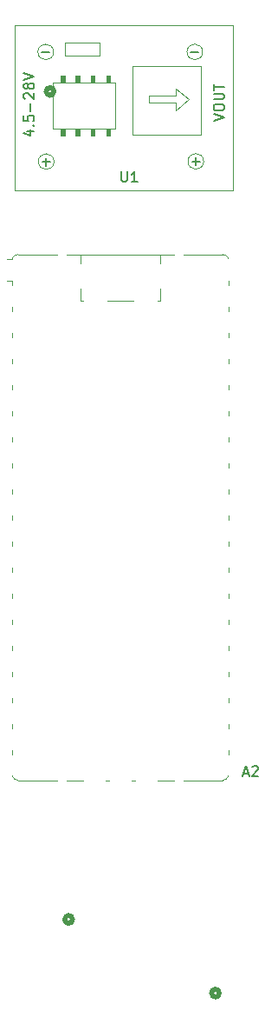
<source format=gto>
G04 #@! TF.GenerationSoftware,KiCad,Pcbnew,9.0.4*
G04 #@! TF.CreationDate,2025-09-18T15:34:25+02:00*
G04 #@! TF.ProjectId,SMaRT,534d6152-542e-46b6-9963-61645f706362,0*
G04 #@! TF.SameCoordinates,Original*
G04 #@! TF.FileFunction,Legend,Top*
G04 #@! TF.FilePolarity,Positive*
%FSLAX46Y46*%
G04 Gerber Fmt 4.6, Leading zero omitted, Abs format (unit mm)*
G04 Created by KiCad (PCBNEW 9.0.4) date 2025-09-18 15:34:25*
%MOMM*%
%LPD*%
G01*
G04 APERTURE LIST*
%ADD10C,0.150000*%
%ADD11C,0.508000*%
%ADD12C,0.120000*%
%ADD13C,0.100000*%
G04 APERTURE END LIST*
D10*
X90975095Y-53593019D02*
X90975095Y-54402542D01*
X90975095Y-54402542D02*
X91022714Y-54497780D01*
X91022714Y-54497780D02*
X91070333Y-54545400D01*
X91070333Y-54545400D02*
X91165571Y-54593019D01*
X91165571Y-54593019D02*
X91356047Y-54593019D01*
X91356047Y-54593019D02*
X91451285Y-54545400D01*
X91451285Y-54545400D02*
X91498904Y-54497780D01*
X91498904Y-54497780D02*
X91546523Y-54402542D01*
X91546523Y-54402542D02*
X91546523Y-53593019D01*
X92546523Y-54593019D02*
X91975095Y-54593019D01*
X92260809Y-54593019D02*
X92260809Y-53593019D01*
X92260809Y-53593019D02*
X92165571Y-53735876D01*
X92165571Y-53735876D02*
X92070333Y-53831114D01*
X92070333Y-53831114D02*
X91975095Y-53878733D01*
X81771552Y-49651609D02*
X82438219Y-49651609D01*
X81390600Y-49889704D02*
X82104885Y-50127799D01*
X82104885Y-50127799D02*
X82104885Y-49508752D01*
X82342980Y-49127799D02*
X82390600Y-49080180D01*
X82390600Y-49080180D02*
X82438219Y-49127799D01*
X82438219Y-49127799D02*
X82390600Y-49175418D01*
X82390600Y-49175418D02*
X82342980Y-49127799D01*
X82342980Y-49127799D02*
X82438219Y-49127799D01*
X81438219Y-48175419D02*
X81438219Y-48651609D01*
X81438219Y-48651609D02*
X81914409Y-48699228D01*
X81914409Y-48699228D02*
X81866790Y-48651609D01*
X81866790Y-48651609D02*
X81819171Y-48556371D01*
X81819171Y-48556371D02*
X81819171Y-48318276D01*
X81819171Y-48318276D02*
X81866790Y-48223038D01*
X81866790Y-48223038D02*
X81914409Y-48175419D01*
X81914409Y-48175419D02*
X82009647Y-48127800D01*
X82009647Y-48127800D02*
X82247742Y-48127800D01*
X82247742Y-48127800D02*
X82342980Y-48175419D01*
X82342980Y-48175419D02*
X82390600Y-48223038D01*
X82390600Y-48223038D02*
X82438219Y-48318276D01*
X82438219Y-48318276D02*
X82438219Y-48556371D01*
X82438219Y-48556371D02*
X82390600Y-48651609D01*
X82390600Y-48651609D02*
X82342980Y-48699228D01*
X82057266Y-47699228D02*
X82057266Y-46937324D01*
X81533457Y-46508752D02*
X81485838Y-46461133D01*
X81485838Y-46461133D02*
X81438219Y-46365895D01*
X81438219Y-46365895D02*
X81438219Y-46127800D01*
X81438219Y-46127800D02*
X81485838Y-46032562D01*
X81485838Y-46032562D02*
X81533457Y-45984943D01*
X81533457Y-45984943D02*
X81628695Y-45937324D01*
X81628695Y-45937324D02*
X81723933Y-45937324D01*
X81723933Y-45937324D02*
X81866790Y-45984943D01*
X81866790Y-45984943D02*
X82438219Y-46556371D01*
X82438219Y-46556371D02*
X82438219Y-45937324D01*
X81866790Y-45365895D02*
X81819171Y-45461133D01*
X81819171Y-45461133D02*
X81771552Y-45508752D01*
X81771552Y-45508752D02*
X81676314Y-45556371D01*
X81676314Y-45556371D02*
X81628695Y-45556371D01*
X81628695Y-45556371D02*
X81533457Y-45508752D01*
X81533457Y-45508752D02*
X81485838Y-45461133D01*
X81485838Y-45461133D02*
X81438219Y-45365895D01*
X81438219Y-45365895D02*
X81438219Y-45175419D01*
X81438219Y-45175419D02*
X81485838Y-45080181D01*
X81485838Y-45080181D02*
X81533457Y-45032562D01*
X81533457Y-45032562D02*
X81628695Y-44984943D01*
X81628695Y-44984943D02*
X81676314Y-44984943D01*
X81676314Y-44984943D02*
X81771552Y-45032562D01*
X81771552Y-45032562D02*
X81819171Y-45080181D01*
X81819171Y-45080181D02*
X81866790Y-45175419D01*
X81866790Y-45175419D02*
X81866790Y-45365895D01*
X81866790Y-45365895D02*
X81914409Y-45461133D01*
X81914409Y-45461133D02*
X81962028Y-45508752D01*
X81962028Y-45508752D02*
X82057266Y-45556371D01*
X82057266Y-45556371D02*
X82247742Y-45556371D01*
X82247742Y-45556371D02*
X82342980Y-45508752D01*
X82342980Y-45508752D02*
X82390600Y-45461133D01*
X82390600Y-45461133D02*
X82438219Y-45365895D01*
X82438219Y-45365895D02*
X82438219Y-45175419D01*
X82438219Y-45175419D02*
X82390600Y-45080181D01*
X82390600Y-45080181D02*
X82342980Y-45032562D01*
X82342980Y-45032562D02*
X82247742Y-44984943D01*
X82247742Y-44984943D02*
X82057266Y-44984943D01*
X82057266Y-44984943D02*
X81962028Y-45032562D01*
X81962028Y-45032562D02*
X81914409Y-45080181D01*
X81914409Y-45080181D02*
X81866790Y-45175419D01*
X81438219Y-44699228D02*
X82438219Y-44365895D01*
X82438219Y-44365895D02*
X81438219Y-44032562D01*
X97782248Y-41969266D02*
X98544153Y-41969266D01*
X97883848Y-52624566D02*
X98645753Y-52624566D01*
X98264800Y-53005519D02*
X98264800Y-52243614D01*
X100005619Y-48635704D02*
X101005619Y-48302371D01*
X101005619Y-48302371D02*
X100005619Y-47969038D01*
X100005619Y-47445228D02*
X100005619Y-47254752D01*
X100005619Y-47254752D02*
X100053238Y-47159514D01*
X100053238Y-47159514D02*
X100148476Y-47064276D01*
X100148476Y-47064276D02*
X100338952Y-47016657D01*
X100338952Y-47016657D02*
X100672285Y-47016657D01*
X100672285Y-47016657D02*
X100862761Y-47064276D01*
X100862761Y-47064276D02*
X100958000Y-47159514D01*
X100958000Y-47159514D02*
X101005619Y-47254752D01*
X101005619Y-47254752D02*
X101005619Y-47445228D01*
X101005619Y-47445228D02*
X100958000Y-47540466D01*
X100958000Y-47540466D02*
X100862761Y-47635704D01*
X100862761Y-47635704D02*
X100672285Y-47683323D01*
X100672285Y-47683323D02*
X100338952Y-47683323D01*
X100338952Y-47683323D02*
X100148476Y-47635704D01*
X100148476Y-47635704D02*
X100053238Y-47540466D01*
X100053238Y-47540466D02*
X100005619Y-47445228D01*
X100005619Y-46588085D02*
X100815142Y-46588085D01*
X100815142Y-46588085D02*
X100910380Y-46540466D01*
X100910380Y-46540466D02*
X100958000Y-46492847D01*
X100958000Y-46492847D02*
X101005619Y-46397609D01*
X101005619Y-46397609D02*
X101005619Y-46207133D01*
X101005619Y-46207133D02*
X100958000Y-46111895D01*
X100958000Y-46111895D02*
X100910380Y-46064276D01*
X100910380Y-46064276D02*
X100815142Y-46016657D01*
X100815142Y-46016657D02*
X100005619Y-46016657D01*
X100005619Y-45683323D02*
X100005619Y-45111895D01*
X101005619Y-45397609D02*
X100005619Y-45397609D01*
X83202648Y-41969266D02*
X83964553Y-41969266D01*
X83253448Y-52649966D02*
X84015353Y-52649966D01*
X83634400Y-53030919D02*
X83634400Y-52269014D01*
X102921660Y-112219104D02*
X103397850Y-112219104D01*
X102826422Y-112504819D02*
X103159755Y-111504819D01*
X103159755Y-111504819D02*
X103493088Y-112504819D01*
X103778803Y-111600057D02*
X103826422Y-111552438D01*
X103826422Y-111552438D02*
X103921660Y-111504819D01*
X103921660Y-111504819D02*
X104159755Y-111504819D01*
X104159755Y-111504819D02*
X104254993Y-111552438D01*
X104254993Y-111552438D02*
X104302612Y-111600057D01*
X104302612Y-111600057D02*
X104350231Y-111695295D01*
X104350231Y-111695295D02*
X104350231Y-111790533D01*
X104350231Y-111790533D02*
X104302612Y-111933390D01*
X104302612Y-111933390D02*
X103731184Y-112504819D01*
X103731184Y-112504819D02*
X104350231Y-112504819D01*
D11*
G04 #@! TO.C,J1*
X100559200Y-133625000D02*
G75*
G02*
X99797200Y-133625000I-381000J0D01*
G01*
X99797200Y-133625000D02*
G75*
G02*
X100559200Y-133625000I381000J0D01*
G01*
G04 #@! TO.C,J5*
X86207802Y-126449999D02*
G75*
G02*
X85445802Y-126449999I-381000J0D01*
G01*
X85445802Y-126449999D02*
G75*
G02*
X86207802Y-126449999I381000J0D01*
G01*
D12*
G04 #@! TO.C,U1*
X80561000Y-39330000D02*
X80561000Y-55459000D01*
X80561000Y-55459000D02*
X101897000Y-55459000D01*
X84320200Y-44943400D02*
X90416200Y-44943400D01*
X84320200Y-49413800D02*
X84320200Y-44943400D01*
X85437800Y-41057200D02*
X88866800Y-41057200D01*
X85437800Y-42327200D02*
X85437800Y-41057200D01*
X88866800Y-41057200D02*
X88866800Y-42327200D01*
X88866800Y-42327200D02*
X85437800Y-42327200D01*
X90416200Y-49413800D02*
X84320200Y-49413800D01*
X90416200Y-49413800D02*
X90416200Y-44943400D01*
X92092600Y-43368600D02*
X92092600Y-50023400D01*
X92092600Y-43368600D02*
X98747400Y-43368600D01*
X93667400Y-46226100D02*
X96296300Y-46226100D01*
X93667400Y-46861100D02*
X93667400Y-46226100D01*
X93667400Y-46861100D02*
X96296300Y-46861100D01*
X96296300Y-45527600D02*
X97566300Y-46543600D01*
X96296300Y-46226100D02*
X96296300Y-45527600D01*
X96296300Y-47623100D02*
X96296300Y-46861100D01*
X97566300Y-46543600D02*
X96296300Y-47623100D01*
X98747400Y-43368600D02*
X98747400Y-50023400D01*
X98747400Y-50023400D02*
X92092600Y-50023400D01*
X101897000Y-39330000D02*
X80561000Y-39330000D01*
X101897000Y-55459000D02*
X101897000Y-39330000D01*
X84348241Y-41958900D02*
G75*
G02*
X82818959Y-41958900I-764641J0D01*
G01*
X82818959Y-41958900D02*
G75*
G02*
X84348241Y-41958900I764641J0D01*
G01*
X84399041Y-52639600D02*
G75*
G02*
X82869759Y-52639600I-764641J0D01*
G01*
X82869759Y-52639600D02*
G75*
G02*
X84399041Y-52639600I764641J0D01*
G01*
X98927841Y-41958900D02*
G75*
G02*
X97398559Y-41958900I-764641J0D01*
G01*
X97398559Y-41958900D02*
G75*
G02*
X98927841Y-41958900I764641J0D01*
G01*
X99029441Y-52614200D02*
G75*
G02*
X97500159Y-52614200I-764641J0D01*
G01*
X97500159Y-52614200D02*
G75*
G02*
X99029441Y-52614200I764641J0D01*
G01*
D13*
X85437800Y-44892600D02*
X85031400Y-44892600D01*
X85031400Y-44283000D01*
X85437800Y-44283000D01*
X85437800Y-44892600D01*
G36*
X85437800Y-44892600D02*
G01*
X85031400Y-44892600D01*
X85031400Y-44283000D01*
X85437800Y-44283000D01*
X85437800Y-44892600D01*
G37*
X85437800Y-50074200D02*
X85031400Y-50074200D01*
X85031400Y-49464600D01*
X85437800Y-49464600D01*
X85437800Y-50074200D01*
G36*
X85437800Y-50074200D02*
G01*
X85031400Y-50074200D01*
X85031400Y-49464600D01*
X85437800Y-49464600D01*
X85437800Y-50074200D01*
G37*
X86911000Y-44892600D02*
X86504600Y-44892600D01*
X86504600Y-44283000D01*
X86911000Y-44283000D01*
X86911000Y-44892600D01*
G36*
X86911000Y-44892600D02*
G01*
X86504600Y-44892600D01*
X86504600Y-44283000D01*
X86911000Y-44283000D01*
X86911000Y-44892600D01*
G37*
X86911000Y-50074200D02*
X86504600Y-50074200D01*
X86504600Y-49464600D01*
X86911000Y-49464600D01*
X86911000Y-50074200D01*
G36*
X86911000Y-50074200D02*
G01*
X86504600Y-50074200D01*
X86504600Y-49464600D01*
X86911000Y-49464600D01*
X86911000Y-50074200D01*
G37*
X88384200Y-44892600D02*
X87977800Y-44892600D01*
X87977800Y-44283000D01*
X88384200Y-44283000D01*
X88384200Y-44892600D01*
G36*
X88384200Y-44892600D02*
G01*
X87977800Y-44892600D01*
X87977800Y-44283000D01*
X88384200Y-44283000D01*
X88384200Y-44892600D01*
G37*
X88384200Y-50074200D02*
X87977800Y-50074200D01*
X87977800Y-49464600D01*
X88384200Y-49464600D01*
X88384200Y-50074200D01*
G36*
X88384200Y-50074200D02*
G01*
X87977800Y-50074200D01*
X87977800Y-49464600D01*
X88384200Y-49464600D01*
X88384200Y-50074200D01*
G37*
X89908200Y-44892600D02*
X89501800Y-44892600D01*
X89501800Y-44283000D01*
X89908200Y-44283000D01*
X89908200Y-44892600D01*
G36*
X89908200Y-44892600D02*
G01*
X89501800Y-44892600D01*
X89501800Y-44283000D01*
X89908200Y-44283000D01*
X89908200Y-44892600D01*
G37*
X89908200Y-50074200D02*
X89501800Y-50074200D01*
X89501800Y-49464600D01*
X89908200Y-49464600D01*
X89908200Y-50074200D01*
G36*
X89908200Y-50074200D02*
G01*
X89501800Y-50074200D01*
X89501800Y-49464600D01*
X89908200Y-49464600D01*
X89908200Y-50074200D01*
G37*
D11*
G04 #@! TO.C,J2*
X84392802Y-45799999D02*
G75*
G02*
X83630802Y-45799999I-381000J0D01*
G01*
X83630802Y-45799999D02*
G75*
G02*
X84392802Y-45799999I381000J0D01*
G01*
D12*
G04 #@! TO.C,A2*
X101464676Y-112474937D02*
G75*
G02*
X100885000Y-112894948I-579476J189737D01*
G01*
X100885000Y-61675000D02*
G75*
G02*
X101464676Y-62095063I0J-610000D01*
G01*
X80885000Y-112895000D02*
G75*
G02*
X80305324Y-112474937I1J610002D01*
G01*
X80305324Y-62095000D02*
G75*
G02*
X80885000Y-61675000I579692J-190051D01*
G01*
X101495000Y-109935000D02*
X101495000Y-110355000D01*
X101495000Y-107395000D02*
X101495000Y-107815000D01*
X101495000Y-104855000D02*
X101495000Y-105275000D01*
X101495000Y-102315000D02*
X101495000Y-102735000D01*
X101495000Y-99775000D02*
X101495000Y-100195000D01*
X101495000Y-97235000D02*
X101495000Y-97655000D01*
X101495000Y-94695000D02*
X101495000Y-95115000D01*
X101495000Y-92155000D02*
X101495000Y-92575000D01*
X101495000Y-89615000D02*
X101495000Y-90035000D01*
X101495000Y-87075000D02*
X101495000Y-87495000D01*
X101495000Y-84535000D02*
X101495000Y-84955000D01*
X101495000Y-81995000D02*
X101495000Y-82415000D01*
X101495000Y-79455000D02*
X101495000Y-79875000D01*
X101495000Y-76915000D02*
X101495000Y-77335000D01*
X101495000Y-74375000D02*
X101495000Y-74795000D01*
X101495000Y-71835000D02*
X101495000Y-72255000D01*
X101495000Y-69295000D02*
X101495000Y-69715000D01*
X101495000Y-66755000D02*
X101495000Y-67175000D01*
X101495000Y-64215000D02*
X101495000Y-64635000D01*
X100885000Y-61675000D02*
X98395000Y-61675000D01*
X97047061Y-112895000D02*
X100885000Y-112895000D01*
X97047061Y-61675000D02*
X98395000Y-61675000D01*
X96122939Y-112895000D02*
X94485000Y-112895000D01*
X95120000Y-61675000D02*
X96122939Y-61675000D01*
X94785000Y-64979000D02*
X94785000Y-66195000D01*
X94785000Y-61675000D02*
X94785000Y-62591000D01*
X94488910Y-66195000D02*
X94785000Y-66195000D01*
X91945000Y-112895000D02*
X92365000Y-112895000D01*
X89638910Y-66195000D02*
X92131090Y-66195000D01*
X89405000Y-112895000D02*
X89825000Y-112895000D01*
X87285000Y-112895000D02*
X85647061Y-112895000D01*
X86985000Y-66195000D02*
X87281090Y-66195000D01*
X86985000Y-64979000D02*
X86985000Y-66195000D01*
X86985000Y-61675000D02*
X86985000Y-62591000D01*
X86650000Y-61675000D02*
X95120000Y-61675000D01*
X85647061Y-61675000D02*
X86650000Y-61675000D01*
X83375000Y-61675000D02*
X84722940Y-61675000D01*
X80885000Y-112895000D02*
X84722939Y-112895000D01*
X80885000Y-61675000D02*
X83375000Y-61675000D01*
X80305324Y-62095000D02*
X79795000Y-62095000D01*
X80275000Y-109935000D02*
X80275000Y-110355000D01*
X80275000Y-107395000D02*
X80275000Y-107815000D01*
X80275000Y-104855000D02*
X80275000Y-105275000D01*
X80275000Y-102315000D02*
X80275000Y-102735000D01*
X80275000Y-99775000D02*
X80275000Y-100195000D01*
X80275000Y-97235000D02*
X80275000Y-97655000D01*
X80275000Y-94695000D02*
X80275000Y-95115000D01*
X80275000Y-92155000D02*
X80275000Y-92575000D01*
X80275000Y-89615000D02*
X80275000Y-90035000D01*
X80275000Y-87075000D02*
X80275000Y-87495000D01*
X80275000Y-84535000D02*
X80275000Y-84955000D01*
X80275000Y-81995000D02*
X80275000Y-82415000D01*
X80275000Y-79455000D02*
X80275000Y-79875000D01*
X80275000Y-76915000D02*
X80275000Y-77335000D01*
X80275000Y-74375000D02*
X80275000Y-74795000D01*
X80275000Y-71835000D02*
X80275000Y-72255000D01*
X80275000Y-69295000D02*
X80275000Y-69715000D01*
X80275000Y-66755000D02*
X80275000Y-67175000D01*
X80275000Y-64215000D02*
X80275000Y-64635000D01*
X80275000Y-64215000D02*
X79795000Y-64215000D01*
G04 #@! TD*
M02*

</source>
